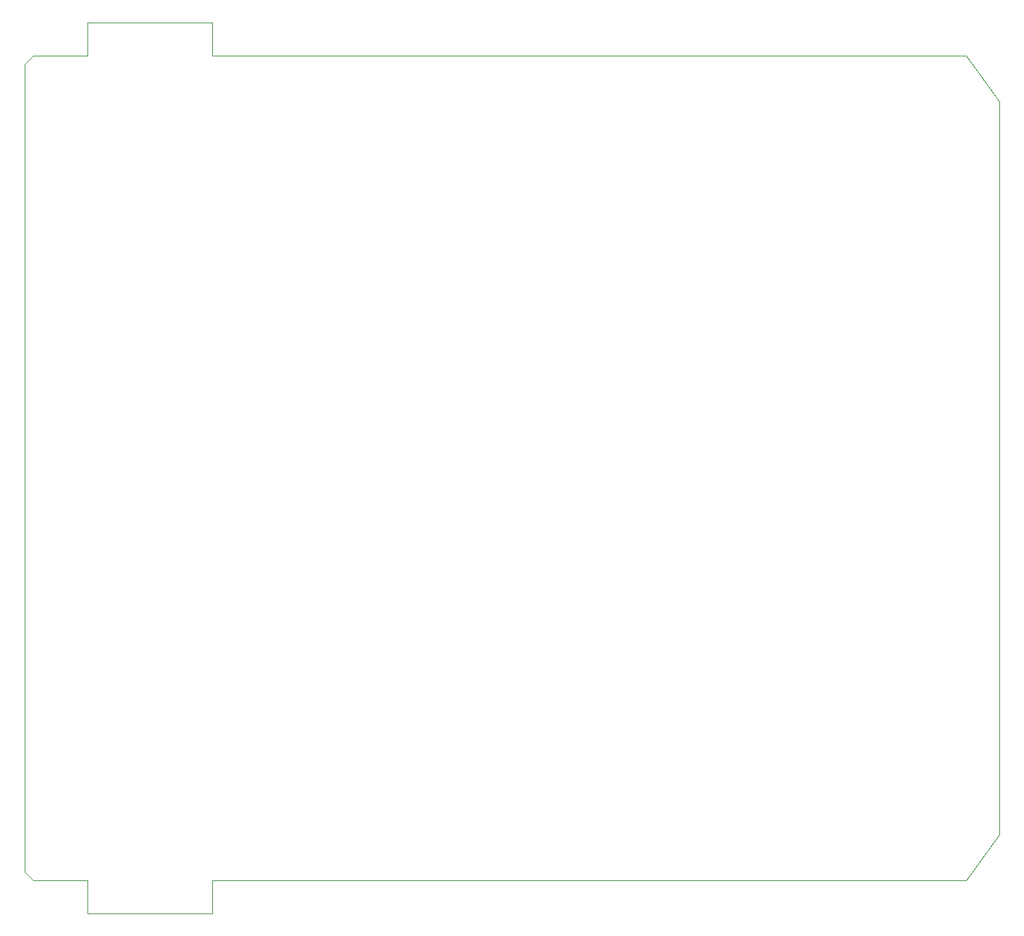
<source format=gbr>
%TF.GenerationSoftware,KiCad,Pcbnew,7.0.8*%
%TF.CreationDate,2023-10-27T12:05:37-04:00*%
%TF.ProjectId,mainboard_dual_battery,6d61696e-626f-4617-9264-5f6475616c5f,rev?*%
%TF.SameCoordinates,PX1312d00PY5f5e100*%
%TF.FileFunction,Profile,NP*%
%FSLAX46Y46*%
G04 Gerber Fmt 4.6, Leading zero omitted, Abs format (unit mm)*
G04 Created by KiCad (PCBNEW 7.0.8) date 2023-10-27 12:05:37*
%MOMM*%
%LPD*%
G01*
G04 APERTURE LIST*
%TA.AperFunction,Profile*%
%ADD10C,0.100000*%
%TD*%
G04 APERTURE END LIST*
D10*
X113000000Y-49500000D02*
X117000000Y-44000000D01*
X117000000Y44000000D02*
X113000000Y49500000D01*
X0Y48500000D02*
X0Y-48500000D01*
X22500000Y-53500000D02*
X22500000Y-49500000D01*
X1000000Y49500000D02*
X0Y48500000D01*
X7500000Y53500000D02*
X7500000Y49500000D01*
X113000000Y49500000D02*
X22500000Y49500000D01*
X7500000Y49500000D02*
X1000000Y49500000D01*
X22500000Y49500000D02*
X22500000Y53500000D01*
X1000000Y-49500000D02*
X0Y-48500000D01*
X117000000Y-44000000D02*
X117000000Y44000000D01*
X7500000Y-53500000D02*
X22500000Y-53500000D01*
X1000000Y-49500000D02*
X7500000Y-49500000D01*
X22500000Y53500000D02*
X7500000Y53500000D01*
X7500000Y-49500000D02*
X7500000Y-53500000D01*
X22500000Y-49500000D02*
X113000000Y-49500000D01*
M02*

</source>
